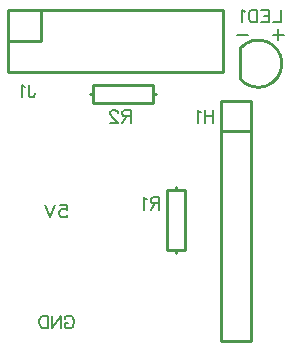
<source format=gbo>
G04 Layer: BottomSilkscreenLayer*
G04 EasyEDA v6.5.22, 2023-03-24 07:10:57*
G04 6991770a96b14d5289c1552341fa82f2,10*
G04 Gerber Generator version 0.2*
G04 Scale: 100 percent, Rotated: No, Reflected: No *
G04 Dimensions in millimeters *
G04 leading zeros omitted , absolute positions ,4 integer and 5 decimal *
%FSLAX45Y45*%
%MOMM*%

%ADD10C,0.1524*%
%ADD11C,0.1500*%
%ADD12C,0.2540*%

%LPD*%
D10*
X1384300Y1347238D02*
G01*
X1384300Y1238135D01*
X1384300Y1347238D02*
G01*
X1337541Y1347238D01*
X1321955Y1342044D01*
X1316758Y1336847D01*
X1311564Y1326456D01*
X1311564Y1316065D01*
X1316758Y1305674D01*
X1321955Y1300479D01*
X1337541Y1295285D01*
X1384300Y1295285D01*
X1347932Y1295285D02*
G01*
X1311564Y1238135D01*
X1277274Y1326456D02*
G01*
X1266883Y1331653D01*
X1251295Y1347238D01*
X1251295Y1238135D01*
X278129Y2299715D02*
G01*
X278129Y2216657D01*
X283463Y2200910D01*
X288544Y2195829D01*
X298957Y2190750D01*
X309371Y2190750D01*
X319786Y2195829D01*
X325120Y2200910D01*
X330200Y2216657D01*
X330200Y2227071D01*
X243839Y2278887D02*
G01*
X233679Y2284221D01*
X217931Y2299715D01*
X217931Y2190750D01*
X1841500Y2083815D02*
G01*
X1841500Y1974850D01*
X1768855Y2083815D02*
G01*
X1768855Y1974850D01*
X1841500Y2032000D02*
G01*
X1768855Y2032000D01*
X1734565Y2062987D02*
G01*
X1724152Y2068321D01*
X1708404Y2083815D01*
X1708404Y1974850D01*
X1143000Y2083815D02*
G01*
X1143000Y1974850D01*
X1143000Y2083815D02*
G01*
X1096263Y2083815D01*
X1080770Y2078736D01*
X1075436Y2073402D01*
X1070355Y2062987D01*
X1070355Y2052573D01*
X1075436Y2042160D01*
X1080770Y2037079D01*
X1096263Y2032000D01*
X1143000Y2032000D01*
X1106678Y2032000D02*
G01*
X1070355Y1974850D01*
X1030731Y2057907D02*
G01*
X1030731Y2062987D01*
X1025652Y2073402D01*
X1020318Y2078736D01*
X1009904Y2083815D01*
X989329Y2083815D01*
X978915Y2078736D01*
X973581Y2073402D01*
X968502Y2062987D01*
X968502Y2052573D01*
X973581Y2042160D01*
X983995Y2026665D01*
X1036065Y1974850D01*
X963168Y1974850D01*
X2412880Y2934695D02*
G01*
X2412883Y2825729D01*
X2412883Y2825729D02*
G01*
X2350653Y2825729D01*
X2316360Y2934695D02*
G01*
X2316360Y2825729D01*
X2316360Y2934695D02*
G01*
X2248796Y2934695D01*
X2316363Y2882879D02*
G01*
X2274707Y2882877D01*
X2316360Y2825729D02*
G01*
X2248799Y2825729D01*
X2214509Y2934695D02*
G01*
X2214506Y2825729D01*
X2214509Y2934695D02*
G01*
X2178187Y2934695D01*
X2162690Y2929615D01*
X2152279Y2919199D01*
X2146942Y2908787D01*
X2141862Y2893293D01*
X2141865Y2867129D01*
X2146945Y2851637D01*
X2152279Y2841223D01*
X2162693Y2830807D01*
X2178187Y2825727D01*
X2214506Y2825729D01*
X2107575Y2913867D02*
G01*
X2097161Y2919199D01*
X2081413Y2934693D01*
X2081413Y2825727D01*
D11*
X547255Y1283738D02*
G01*
X599208Y1283738D01*
X604405Y1236979D01*
X599208Y1242174D01*
X583623Y1247371D01*
X568035Y1247371D01*
X552450Y1242174D01*
X542058Y1231783D01*
X536864Y1216197D01*
X536864Y1205806D01*
X542058Y1190221D01*
X552450Y1179829D01*
X568035Y1174635D01*
X583623Y1174635D01*
X599208Y1179829D01*
X604405Y1185024D01*
X609600Y1195415D01*
X502574Y1283738D02*
G01*
X461010Y1174635D01*
X419447Y1283738D02*
G01*
X461010Y1174635D01*
X582467Y317962D02*
G01*
X587664Y328353D01*
X598055Y338744D01*
X608444Y343938D01*
X629226Y343938D01*
X639617Y338744D01*
X650008Y328353D01*
X655205Y317962D01*
X660400Y302374D01*
X660400Y276397D01*
X655205Y260812D01*
X650008Y250421D01*
X639617Y240029D01*
X629226Y234835D01*
X608444Y234835D01*
X598055Y240029D01*
X587664Y250421D01*
X582467Y260812D01*
X582467Y276397D01*
X608444Y276397D02*
G01*
X582467Y276397D01*
X548177Y343938D02*
G01*
X548177Y234835D01*
X548177Y343938D02*
G01*
X475442Y234835D01*
X475442Y343938D02*
G01*
X475442Y234835D01*
X441152Y343938D02*
G01*
X441152Y234835D01*
X441152Y343938D02*
G01*
X404784Y343938D01*
X389196Y338744D01*
X378807Y328353D01*
X373611Y317962D01*
X368416Y302374D01*
X368416Y276397D01*
X373611Y260812D01*
X378807Y250421D01*
X389196Y240029D01*
X404784Y234835D01*
X441152Y234835D01*
X2133600Y2719994D02*
G01*
X2040082Y2719994D01*
X2391641Y2766753D02*
G01*
X2391641Y2673235D01*
X2438400Y2719994D02*
G01*
X2344882Y2719994D01*
D12*
X1524000Y1409700D02*
G01*
X1524000Y1435100D01*
X1524000Y901700D02*
G01*
X1524000Y876300D01*
X1524000Y1409700D02*
G01*
X1447800Y1409700D01*
X1600200Y1409700D02*
G01*
X1524000Y1409700D01*
X1600200Y901700D02*
G01*
X1600200Y1409700D01*
X1524000Y901700D02*
G01*
X1600200Y901700D01*
X1447800Y901700D02*
G01*
X1524000Y901700D01*
X1447800Y1409700D02*
G01*
X1447800Y901700D01*
X107000Y2407003D02*
G01*
X1924999Y2407000D01*
X1924999Y2407003D02*
G01*
X1924999Y2926999D01*
X1924999Y2926996D02*
G01*
X107000Y2926999D01*
X107000Y2926996D02*
G01*
X106994Y2407000D01*
X383255Y2669633D02*
G01*
X383255Y2926999D01*
X383255Y2669633D02*
G01*
X106997Y2669633D01*
X1905000Y1902647D02*
G01*
X2159000Y1902647D01*
X1905000Y127002D02*
G01*
X2159000Y127002D01*
X2159000Y2158997D01*
X1905000Y2158997D01*
X1905000Y127002D01*
X1333500Y2222500D02*
G01*
X1358900Y2222500D01*
X825500Y2222500D02*
G01*
X800100Y2222500D01*
X1333500Y2222500D02*
G01*
X1333500Y2298700D01*
X1333500Y2146300D02*
G01*
X1333500Y2222500D01*
X825500Y2146300D02*
G01*
X1333500Y2146300D01*
X825500Y2222500D02*
G01*
X825500Y2146300D01*
X825500Y2298700D02*
G01*
X825500Y2222500D01*
X1333500Y2298700D02*
G01*
X825500Y2298700D01*
X2067052Y2349500D02*
G01*
X2066518Y2604289D01*
G75*
G01*
X2067052Y2603043D02*
G02*
X2067052Y2349551I154710J-126746D01*
M02*

</source>
